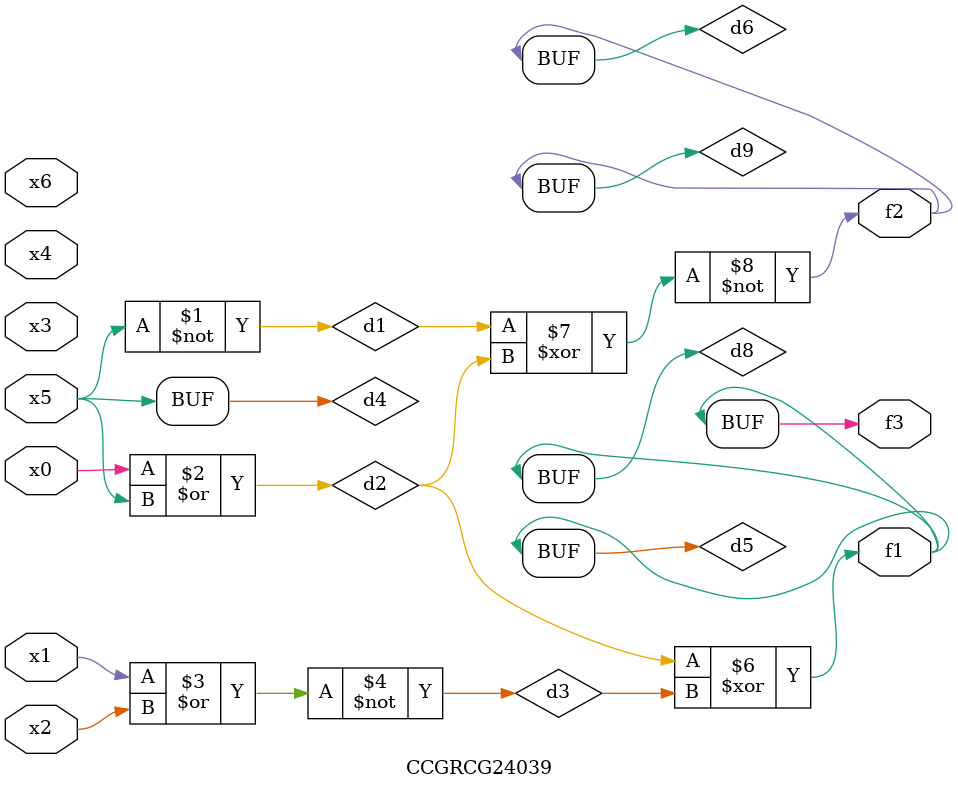
<source format=v>
module CCGRCG24039(
	input x0, x1, x2, x3, x4, x5, x6,
	output f1, f2, f3
);

	wire d1, d2, d3, d4, d5, d6, d7, d8, d9;

	nand (d1, x5);
	or (d2, x0, x5);
	nor (d3, x1, x2);
	xnor (d4, d1);
	xor (d5, d2, d3);
	xnor (d6, d1, d2);
	not (d7, x4);
	buf (d8, d5);
	xor (d9, d6);
	assign f1 = d8;
	assign f2 = d9;
	assign f3 = d8;
endmodule

</source>
